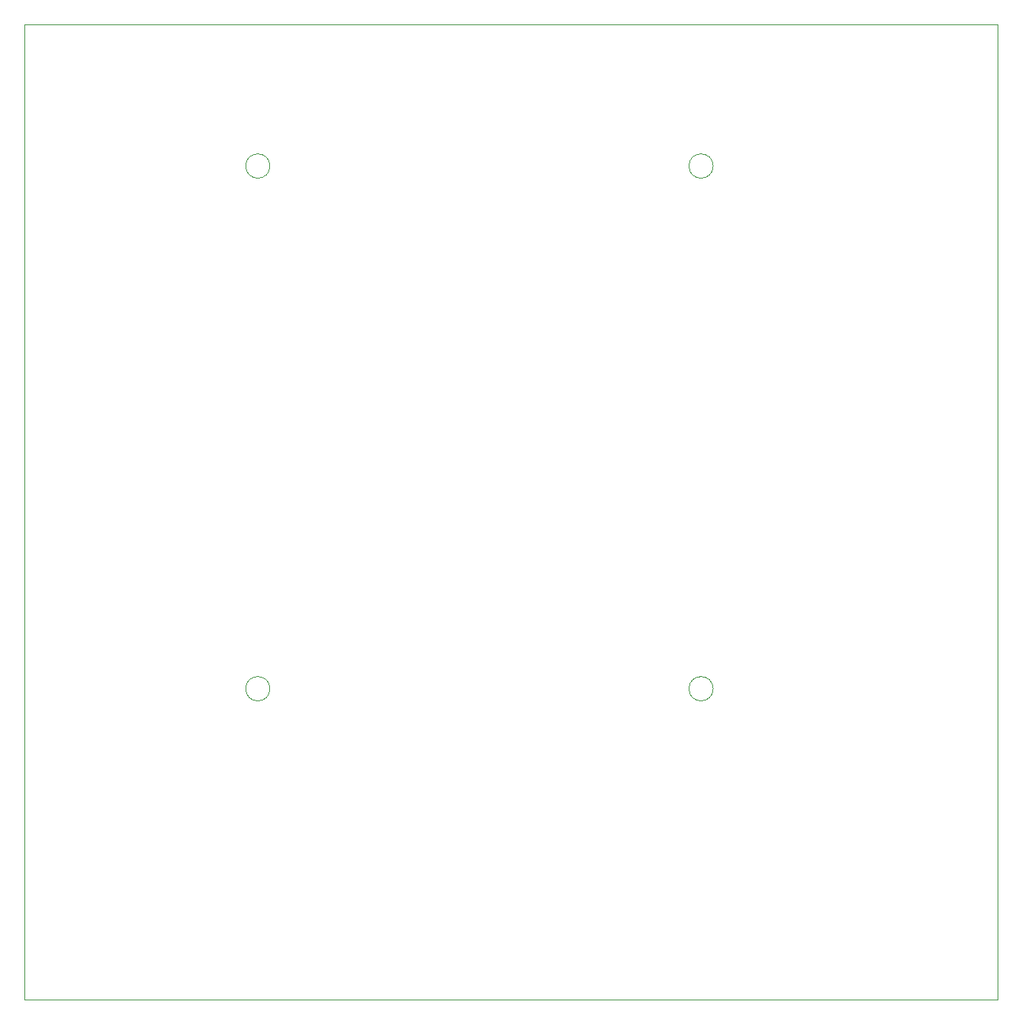
<source format=gbr>
%TF.GenerationSoftware,KiCad,Pcbnew,8.0.8*%
%TF.CreationDate,2025-05-19T18:04:48-07:00*%
%TF.ProjectId,ddi,6464692e-6b69-4636-9164-5f7063625858,rev?*%
%TF.SameCoordinates,Original*%
%TF.FileFunction,Profile,NP*%
%FSLAX46Y46*%
G04 Gerber Fmt 4.6, Leading zero omitted, Abs format (unit mm)*
G04 Created by KiCad (PCBNEW 8.0.8) date 2025-05-19 18:04:48*
%MOMM*%
%LPD*%
G01*
G04 APERTURE LIST*
%TA.AperFunction,Profile*%
%ADD10C,0.050000*%
%TD*%
G04 APERTURE END LIST*
D10*
X175545362Y-75000000D02*
G75*
G02*
X172854638Y-75000000I-1345362J0D01*
G01*
X172854638Y-75000000D02*
G75*
G02*
X175545362Y-75000000I1345362J0D01*
G01*
X126345362Y-133000000D02*
G75*
G02*
X123654638Y-133000000I-1345362J0D01*
G01*
X123654638Y-133000000D02*
G75*
G02*
X126345362Y-133000000I1345362J0D01*
G01*
X99106098Y-59269948D02*
X207106098Y-59269948D01*
X207106098Y-167469948D01*
X99106098Y-167469948D01*
X99106098Y-59269948D01*
X126345362Y-75000000D02*
G75*
G02*
X123654638Y-75000000I-1345362J0D01*
G01*
X123654638Y-75000000D02*
G75*
G02*
X126345362Y-75000000I1345362J0D01*
G01*
X175545362Y-133000000D02*
G75*
G02*
X172854638Y-133000000I-1345362J0D01*
G01*
X172854638Y-133000000D02*
G75*
G02*
X175545362Y-133000000I1345362J0D01*
G01*
M02*

</source>
